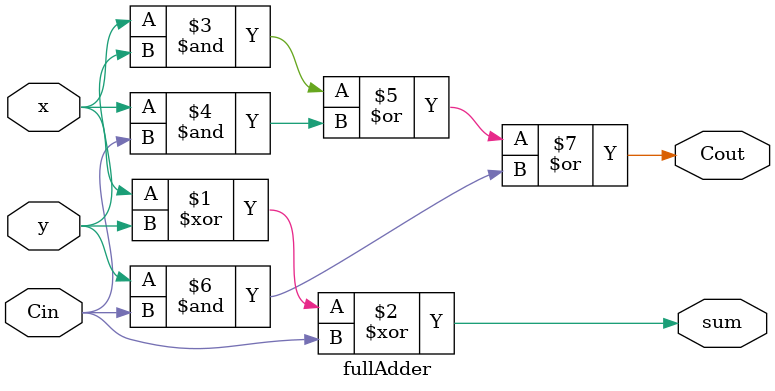
<source format=sv>
module fullAdder(
    input logic x,y,Cin,
    output logic sum, Cout
);
// sum is XOR of Cin, x, y, so basically ha2 (ha1.sum, sum)
    assign sum = x ^ y ^ Cin;
    assign Cout = (x&y) | (x&Cin) | (y&Cin);

endmodule

</source>
